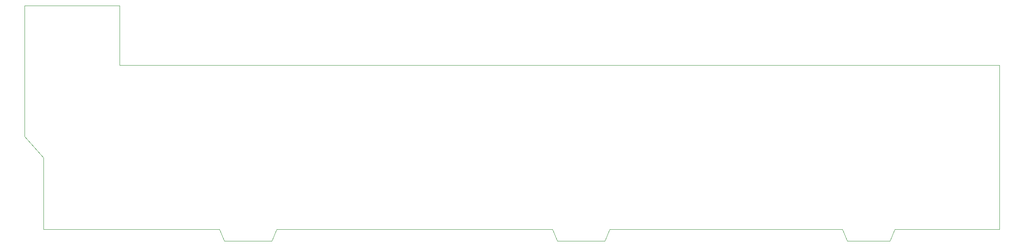
<source format=gm1>
G04 #@! TF.GenerationSoftware,KiCad,Pcbnew,(5.1.7)-1*
G04 #@! TF.CreationDate,2022-04-05T13:22:44+02:00*
G04 #@! TF.ProjectId,saba_924x_tipp-tasten-modul,73616261-5f39-4323-9478-5f746970702d,rev?*
G04 #@! TF.SameCoordinates,Original*
G04 #@! TF.FileFunction,Profile,NP*
%FSLAX46Y46*%
G04 Gerber Fmt 4.6, Leading zero omitted, Abs format (unit mm)*
G04 Created by KiCad (PCBNEW (5.1.7)-1) date 2022-04-05 13:22:44*
%MOMM*%
%LPD*%
G01*
G04 APERTURE LIST*
G04 #@! TA.AperFunction,Profile*
%ADD10C,0.050000*%
G04 #@! TD*
G04 APERTURE END LIST*
D10*
X40000000Y-32500000D02*
X90000000Y-32500000D01*
X225000000Y-32500000D02*
X90000000Y-32500000D01*
X131000000Y-67000000D02*
X73000000Y-67000000D01*
X132000000Y-69500000D02*
X131000000Y-67000000D01*
X142000000Y-69500000D02*
X132000000Y-69500000D01*
X143000000Y-67000000D02*
X142000000Y-69500000D01*
X192000000Y-67000000D02*
X143000000Y-67000000D01*
X193000000Y-69500000D02*
X192000000Y-67000000D01*
X202000000Y-69500000D02*
X193000000Y-69500000D01*
X203000000Y-67000000D02*
X202000000Y-69500000D01*
X72000000Y-69500000D02*
X73000000Y-67000000D01*
X62000000Y-69500000D02*
X72000000Y-69500000D01*
X61000000Y-67000000D02*
X62000000Y-69500000D01*
X24000000Y-67000000D02*
X61000000Y-67000000D01*
X20000000Y-47500000D02*
X24000000Y-52000000D01*
X225000000Y-67000000D02*
X203000000Y-67000000D01*
X24000000Y-52000000D02*
X24000000Y-67000000D01*
X20000000Y-20000000D02*
X20000000Y-47500000D01*
X225000000Y-32500000D02*
X225000000Y-67000000D01*
X40000000Y-20000000D02*
X40000000Y-32500000D01*
X20000000Y-20000000D02*
X40000000Y-20000000D01*
M02*

</source>
